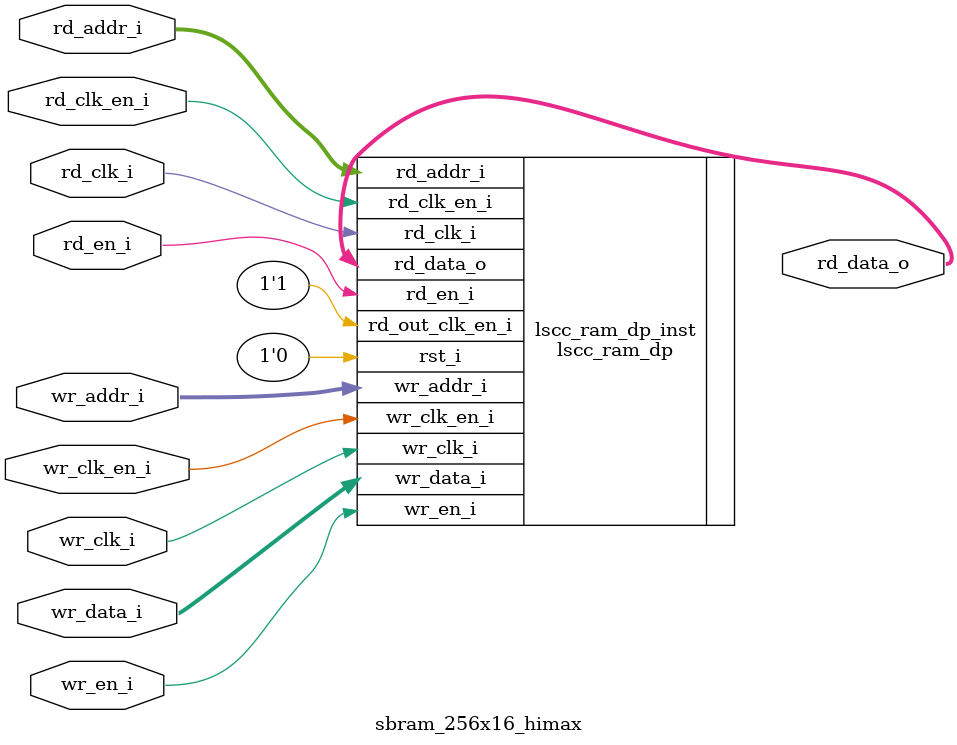
<source format=v>
/*******************************************************************************
    Verilog netlist generated by IPGEN Radiant
    Soft IP Version: 1.0.0
    Tue Mar 06 15:31:51 2018
*******************************************************************************/
/*******************************************************************************
    Include IP core template files.
*******************************************************************************/
`include "core/lscc_ram_dp.v"
/*******************************************************************************
    Wrapper Module generated per user settings.
*******************************************************************************/
module sbram_256x16_himax (wr_clk_i, rd_clk_i, wr_clk_en_i, rd_en_i,
    rd_clk_en_i, wr_en_i, wr_data_i, wr_addr_i, rd_addr_i, rd_data_o);
    input  wr_clk_i;
    input  rd_clk_i;
    input  wr_clk_en_i;
    input  rd_en_i;
    input  rd_clk_en_i;
    input  wr_en_i;
    input  [15:0]  wr_data_i;
    input  [7:0]  wr_addr_i;
    input  [7:0]  rd_addr_i;
    output  [15:0]  rd_data_o;
    lscc_ram_dp #(.WADDR_DEPTH(256),
        .WDATA_WIDTH(16),
        .RADDR_DEPTH(256),
        .RDATA_WIDTH(16),
        .WADDR_WIDTH(8),
        .REGMODE("noreg"),
        .RADDR_WIDTH(8),
        .RESETMODE("sync"),
        .INIT_MODE("mem_file"),
        .INIT_FILE("misc/ram256x16_himax_sbram_256x16_himax_copy.mem"),
        .INIT_FILE_FORMAT("hex"))
    lscc_ram_dp_inst(.wr_clk_i(wr_clk_i),
        .rd_clk_i(rd_clk_i),
        .rst_i(1'b0),
        .wr_clk_en_i(wr_clk_en_i),
        .rd_en_i(rd_en_i),
        .rd_clk_en_i(rd_clk_en_i),
        .rd_out_clk_en_i(1'b1),
        .wr_en_i(wr_en_i),
        .wr_data_i(wr_data_i),
        .wr_addr_i(wr_addr_i),
        .rd_addr_i(rd_addr_i),
        .rd_data_o(rd_data_o));
endmodule
</source>
